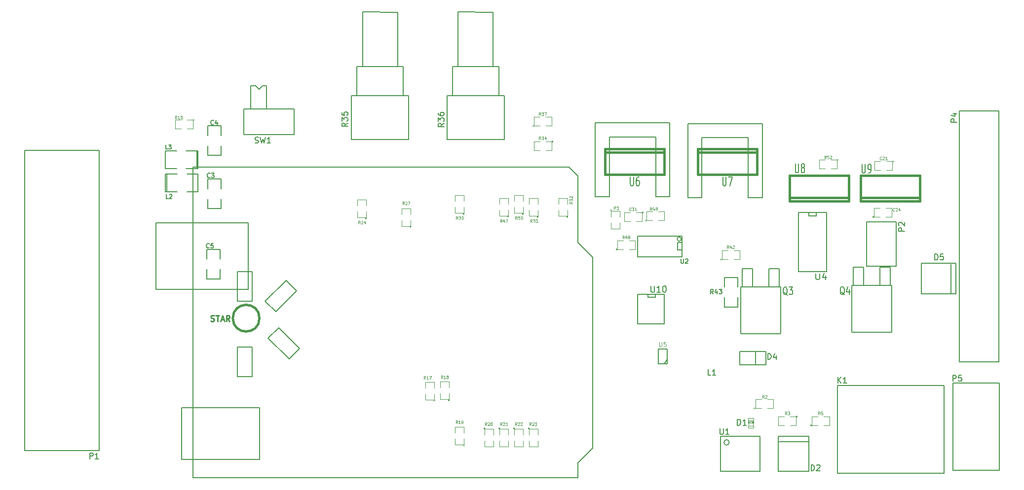
<source format=gto>
G04 (created by PCBNEW (2013-07-07 BZR 4022)-stable) date 17/03/2014 17:56:54*
%MOIN*%
G04 Gerber Fmt 3.4, Leading zero omitted, Abs format*
%FSLAX34Y34*%
G01*
G70*
G90*
G04 APERTURE LIST*
%ADD10C,0.006*%
%ADD11C,0.00590551*%
%ADD12C,0.0039*%
%ADD13C,0.0026*%
%ADD14C,0.004*%
%ADD15C,0.008*%
%ADD16C,0.005*%
%ADD17C,0.015*%
%ADD18C,0.0065*%
%ADD19C,0.0043*%
%ADD20C,0.003*%
%ADD21C,0.01*%
G04 APERTURE END LIST*
G54D10*
G54D11*
X101200Y-61050D02*
X101300Y-61050D01*
X101250Y-61050D02*
X99300Y-61050D01*
X101150Y-60700D02*
X99250Y-60700D01*
X99250Y-60700D02*
X99250Y-62950D01*
X99250Y-62950D02*
X99250Y-63050D01*
X99250Y-63050D02*
X101300Y-63050D01*
X101300Y-63050D02*
X101300Y-60700D01*
X101300Y-60700D02*
X101100Y-60700D01*
G54D12*
X100550Y-59350D02*
G75*
G03X100550Y-59350I-50J0D01*
G74*
G01*
X100050Y-59350D02*
X100450Y-59350D01*
X100450Y-59350D02*
X100450Y-59950D01*
X100450Y-59950D02*
X100050Y-59950D01*
X99650Y-59950D02*
X99250Y-59950D01*
X99250Y-59950D02*
X99250Y-59350D01*
X99250Y-59350D02*
X99650Y-59350D01*
X101500Y-59950D02*
G75*
G03X101500Y-59950I-50J0D01*
G74*
G01*
X101900Y-59950D02*
X101500Y-59950D01*
X101500Y-59950D02*
X101500Y-59350D01*
X101500Y-59350D02*
X101900Y-59350D01*
X102300Y-59350D02*
X102700Y-59350D01*
X102700Y-59350D02*
X102700Y-59950D01*
X102700Y-59950D02*
X102300Y-59950D01*
X97700Y-58800D02*
G75*
G03X97700Y-58800I-50J0D01*
G74*
G01*
X98100Y-58800D02*
X97700Y-58800D01*
X97700Y-58800D02*
X97700Y-58200D01*
X97700Y-58200D02*
X98100Y-58200D01*
X98500Y-58200D02*
X98900Y-58200D01*
X98900Y-58200D02*
X98900Y-58800D01*
X98900Y-58800D02*
X98500Y-58800D01*
G54D13*
X97223Y-59623D02*
X97577Y-59623D01*
X97577Y-59623D02*
X97577Y-59466D01*
X97223Y-59466D02*
X97577Y-59466D01*
X97223Y-59623D02*
X97223Y-59466D01*
X97223Y-60134D02*
X97577Y-60134D01*
X97577Y-60134D02*
X97577Y-59977D01*
X97223Y-59977D02*
X97577Y-59977D01*
X97223Y-60134D02*
X97223Y-59977D01*
X97223Y-59800D02*
X97282Y-59800D01*
X97282Y-59800D02*
X97282Y-59682D01*
X97223Y-59682D02*
X97282Y-59682D01*
X97223Y-59800D02*
X97223Y-59682D01*
X97518Y-59800D02*
X97577Y-59800D01*
X97577Y-59800D02*
X97577Y-59682D01*
X97518Y-59682D02*
X97577Y-59682D01*
X97518Y-59800D02*
X97518Y-59682D01*
X97341Y-59800D02*
X97459Y-59800D01*
X97459Y-59800D02*
X97459Y-59682D01*
X97341Y-59682D02*
X97459Y-59682D01*
X97341Y-59800D02*
X97341Y-59682D01*
G54D14*
X97243Y-59623D02*
X97243Y-59977D01*
X97557Y-59623D02*
X97557Y-59977D01*
G54D11*
X95930Y-61100D02*
G75*
G03X95930Y-61100I-180J0D01*
G74*
G01*
X95350Y-60700D02*
X95350Y-63050D01*
X95350Y-63050D02*
X98000Y-63050D01*
X98000Y-63050D02*
X98000Y-60900D01*
X98000Y-60900D02*
X98000Y-60700D01*
X98000Y-60700D02*
X95350Y-60700D01*
G54D15*
X105200Y-49200D02*
X105200Y-46200D01*
X107200Y-46200D02*
X107200Y-49200D01*
X107200Y-49200D02*
X105200Y-49200D01*
X105200Y-46200D02*
X107200Y-46200D01*
G54D12*
X90350Y-46100D02*
G75*
G03X90350Y-46100I-50J0D01*
G74*
G01*
X90750Y-46100D02*
X90350Y-46100D01*
X90350Y-46100D02*
X90350Y-45500D01*
X90350Y-45500D02*
X90750Y-45500D01*
X91150Y-45500D02*
X91550Y-45500D01*
X91550Y-45500D02*
X91550Y-46100D01*
X91550Y-46100D02*
X91150Y-46100D01*
X88375Y-48050D02*
G75*
G03X88375Y-48050I-50J0D01*
G74*
G01*
X88775Y-48050D02*
X88375Y-48050D01*
X88375Y-48050D02*
X88375Y-47450D01*
X88375Y-47450D02*
X88775Y-47450D01*
X89175Y-47450D02*
X89575Y-47450D01*
X89575Y-47450D02*
X89575Y-48050D01*
X89575Y-48050D02*
X89175Y-48050D01*
G54D11*
X112600Y-62984D02*
X114174Y-62984D01*
X114174Y-62984D02*
X114174Y-57078D01*
X111025Y-57078D02*
X114174Y-57078D01*
X112600Y-62984D02*
X111025Y-62984D01*
X111025Y-62984D02*
X111025Y-57078D01*
X114138Y-55655D02*
X114138Y-38687D01*
X111461Y-38687D02*
X114138Y-38687D01*
X112800Y-55655D02*
X114138Y-55655D01*
X112800Y-55655D02*
X111461Y-55655D01*
X111461Y-55655D02*
X111461Y-38687D01*
X53390Y-41337D02*
X53390Y-61651D01*
X53390Y-61651D02*
X48351Y-61651D01*
X53390Y-41337D02*
X48351Y-41337D01*
X48351Y-61651D02*
X48351Y-41337D01*
G54D16*
X91550Y-51075D02*
X91550Y-53075D01*
X91550Y-53075D02*
X89750Y-53075D01*
X89750Y-53075D02*
X89750Y-51075D01*
X89750Y-51075D02*
X91550Y-51075D01*
X90950Y-51075D02*
X90950Y-51275D01*
X90950Y-51275D02*
X90450Y-51275D01*
X90450Y-51275D02*
X90450Y-51075D01*
G54D11*
X110900Y-50950D02*
X110900Y-51050D01*
X110900Y-51000D02*
X110900Y-49050D01*
X111250Y-50900D02*
X111250Y-49000D01*
X111250Y-49000D02*
X109000Y-49000D01*
X109000Y-49000D02*
X108900Y-49000D01*
X108900Y-49000D02*
X108900Y-51050D01*
X108900Y-51050D02*
X111250Y-51050D01*
X111250Y-51050D02*
X111250Y-50850D01*
G54D16*
X95600Y-51950D02*
X96500Y-51950D01*
X96500Y-51950D02*
X96500Y-51300D01*
X95600Y-50600D02*
X95600Y-49950D01*
X95600Y-49950D02*
X96500Y-49950D01*
X96500Y-49950D02*
X96500Y-50600D01*
X95600Y-51300D02*
X95600Y-51950D01*
G54D12*
X95425Y-48725D02*
G75*
G03X95425Y-48725I-50J0D01*
G74*
G01*
X95825Y-48725D02*
X95425Y-48725D01*
X95425Y-48725D02*
X95425Y-48125D01*
X95425Y-48125D02*
X95825Y-48125D01*
X96225Y-48125D02*
X96625Y-48125D01*
X96625Y-48125D02*
X96625Y-48725D01*
X96625Y-48725D02*
X96225Y-48725D01*
G54D16*
X97500Y-50600D02*
X97500Y-49350D01*
X97500Y-49350D02*
X96800Y-49350D01*
X96800Y-49350D02*
X96800Y-50600D01*
X99300Y-50600D02*
X99300Y-49350D01*
X99300Y-49350D02*
X98600Y-49350D01*
X98600Y-49350D02*
X98600Y-50600D01*
X96700Y-53000D02*
X96700Y-50600D01*
X96700Y-50600D02*
X99400Y-50600D01*
X99400Y-50600D02*
X99400Y-53700D01*
X99400Y-53750D02*
X96700Y-53750D01*
X96700Y-53700D02*
X96700Y-53000D01*
X105000Y-50500D02*
X105000Y-49250D01*
X105000Y-49250D02*
X104300Y-49250D01*
X104300Y-49250D02*
X104300Y-50500D01*
X106800Y-50500D02*
X106800Y-49250D01*
X106800Y-49250D02*
X106100Y-49250D01*
X106100Y-49250D02*
X106100Y-50500D01*
X104200Y-52900D02*
X104200Y-50500D01*
X104200Y-50500D02*
X106900Y-50500D01*
X106900Y-50500D02*
X106900Y-53600D01*
X106900Y-53650D02*
X104200Y-53650D01*
X104200Y-53600D02*
X104200Y-52900D01*
X57850Y-42950D02*
X57850Y-44150D01*
X59300Y-44150D02*
X60050Y-44150D01*
X60050Y-44150D02*
X60050Y-42950D01*
X60050Y-42950D02*
X59300Y-42950D01*
X58650Y-42950D02*
X57850Y-42950D01*
X57928Y-42950D02*
X57928Y-44150D01*
X57850Y-44150D02*
X58650Y-44150D01*
X60050Y-42600D02*
X60050Y-41400D01*
X58600Y-41400D02*
X57850Y-41400D01*
X57850Y-41400D02*
X57850Y-42600D01*
X57850Y-42600D02*
X58600Y-42600D01*
X59250Y-42600D02*
X60050Y-42600D01*
X59971Y-42600D02*
X59971Y-41400D01*
X60050Y-41400D02*
X59250Y-41400D01*
X61600Y-43300D02*
X60700Y-43300D01*
X60700Y-43300D02*
X60700Y-43950D01*
X61600Y-44650D02*
X61600Y-45300D01*
X61600Y-45300D02*
X60700Y-45300D01*
X60700Y-45300D02*
X60700Y-44650D01*
X61600Y-43950D02*
X61600Y-43300D01*
X60650Y-50050D02*
X61550Y-50050D01*
X61550Y-50050D02*
X61550Y-49400D01*
X60650Y-48700D02*
X60650Y-48050D01*
X60650Y-48050D02*
X61550Y-48050D01*
X61550Y-48050D02*
X61550Y-48700D01*
X60650Y-49400D02*
X60650Y-50050D01*
X61600Y-39700D02*
X60700Y-39700D01*
X60700Y-39700D02*
X60700Y-40350D01*
X61600Y-41050D02*
X61600Y-41700D01*
X61600Y-41700D02*
X60700Y-41700D01*
X60700Y-41700D02*
X60700Y-41050D01*
X61600Y-40350D02*
X61600Y-39700D01*
G54D12*
X59800Y-39300D02*
G75*
G03X59800Y-39300I-50J0D01*
G74*
G01*
X59300Y-39300D02*
X59700Y-39300D01*
X59700Y-39300D02*
X59700Y-39900D01*
X59700Y-39900D02*
X59300Y-39900D01*
X58900Y-39900D02*
X58500Y-39900D01*
X58500Y-39900D02*
X58500Y-39300D01*
X58500Y-39300D02*
X58900Y-39300D01*
G54D11*
X64678Y-38558D02*
X64678Y-36984D01*
X64678Y-36984D02*
X64402Y-36984D01*
X64402Y-36984D02*
X64166Y-37220D01*
X64166Y-37220D02*
X63930Y-36984D01*
X63930Y-36984D02*
X63615Y-36984D01*
X63615Y-36984D02*
X63615Y-38558D01*
X66528Y-38558D02*
X66528Y-40291D01*
X66528Y-40291D02*
X63142Y-40291D01*
X63142Y-40291D02*
X63142Y-38558D01*
X63142Y-38558D02*
X66528Y-38558D01*
G54D12*
X103300Y-42000D02*
G75*
G03X103300Y-42000I-50J0D01*
G74*
G01*
X102800Y-42000D02*
X103200Y-42000D01*
X103200Y-42000D02*
X103200Y-42600D01*
X103200Y-42600D02*
X102800Y-42600D01*
X102400Y-42600D02*
X102000Y-42600D01*
X102000Y-42600D02*
X102000Y-42000D01*
X102000Y-42000D02*
X102400Y-42000D01*
X84050Y-40750D02*
G75*
G03X84050Y-40750I-50J0D01*
G74*
G01*
X83550Y-40750D02*
X83950Y-40750D01*
X83950Y-40750D02*
X83950Y-41350D01*
X83950Y-41350D02*
X83550Y-41350D01*
X83150Y-41350D02*
X82750Y-41350D01*
X82750Y-41350D02*
X82750Y-40750D01*
X82750Y-40750D02*
X83150Y-40750D01*
X105700Y-45850D02*
G75*
G03X105700Y-45850I-50J0D01*
G74*
G01*
X106100Y-45850D02*
X105700Y-45850D01*
X105700Y-45850D02*
X105700Y-45250D01*
X105700Y-45250D02*
X106100Y-45250D01*
X106500Y-45250D02*
X106900Y-45250D01*
X106900Y-45250D02*
X106900Y-45850D01*
X106900Y-45850D02*
X106500Y-45850D01*
X82750Y-39700D02*
G75*
G03X82750Y-39700I-50J0D01*
G74*
G01*
X83150Y-39700D02*
X82750Y-39700D01*
X82750Y-39700D02*
X82750Y-39100D01*
X82750Y-39100D02*
X83150Y-39100D01*
X83550Y-39100D02*
X83950Y-39100D01*
X83950Y-39100D02*
X83950Y-39700D01*
X83950Y-39700D02*
X83550Y-39700D01*
X107050Y-42100D02*
G75*
G03X107050Y-42100I-50J0D01*
G74*
G01*
X106550Y-42100D02*
X106950Y-42100D01*
X106950Y-42100D02*
X106950Y-42700D01*
X106950Y-42700D02*
X106550Y-42700D01*
X106150Y-42700D02*
X105750Y-42700D01*
X105750Y-42700D02*
X105750Y-42100D01*
X105750Y-42100D02*
X106150Y-42100D01*
G54D11*
X77618Y-35694D02*
X77618Y-31994D01*
X77618Y-31994D02*
X79981Y-32033D01*
X79981Y-32033D02*
X79981Y-35694D01*
X77225Y-37663D02*
X77225Y-35694D01*
X77225Y-35694D02*
X80374Y-35694D01*
X80374Y-35694D02*
X80374Y-37663D01*
X80729Y-40616D02*
X80729Y-37663D01*
X80729Y-37663D02*
X76949Y-37663D01*
X76949Y-37663D02*
X76870Y-37663D01*
X76870Y-37663D02*
X76870Y-40616D01*
X76870Y-40616D02*
X80729Y-40616D01*
X71168Y-35694D02*
X71168Y-31994D01*
X71168Y-31994D02*
X73531Y-32033D01*
X73531Y-32033D02*
X73531Y-35694D01*
X70775Y-37663D02*
X70775Y-35694D01*
X70775Y-35694D02*
X73924Y-35694D01*
X73924Y-35694D02*
X73924Y-37663D01*
X74279Y-40616D02*
X74279Y-37663D01*
X74279Y-37663D02*
X70499Y-37663D01*
X70499Y-37663D02*
X70420Y-37663D01*
X70420Y-37663D02*
X70420Y-40616D01*
X70420Y-40616D02*
X74279Y-40616D01*
G54D16*
X91725Y-55475D02*
X91525Y-55775D01*
X91725Y-54775D02*
X91725Y-55800D01*
X91725Y-55800D02*
X91125Y-55800D01*
X91125Y-55800D02*
X91125Y-54775D01*
X91125Y-54775D02*
X91725Y-54775D01*
G54D11*
X97704Y-54941D02*
X97704Y-55847D01*
X96641Y-54981D02*
X96641Y-55847D01*
X96641Y-55847D02*
X98413Y-55847D01*
X98413Y-55847D02*
X98413Y-54941D01*
X98413Y-54941D02*
X96641Y-54941D01*
X96641Y-54941D02*
X96641Y-55138D01*
X110450Y-57250D02*
X110450Y-63200D01*
X103250Y-57250D02*
X103250Y-63200D01*
X103250Y-57250D02*
X110450Y-57250D01*
X103250Y-63200D02*
X110450Y-63200D01*
G54D17*
X93800Y-41500D02*
X93800Y-41250D01*
X93800Y-41250D02*
X97800Y-41250D01*
X97800Y-41250D02*
X97800Y-41500D01*
X93800Y-43000D02*
X93800Y-41500D01*
X93800Y-41500D02*
X97800Y-41500D01*
X97800Y-41500D02*
X97800Y-43000D01*
X97800Y-43000D02*
X93800Y-43000D01*
X104000Y-44550D02*
X104000Y-44800D01*
X104000Y-44800D02*
X100000Y-44800D01*
X100000Y-44800D02*
X100000Y-44550D01*
X104000Y-43050D02*
X104000Y-44550D01*
X104000Y-44550D02*
X100000Y-44550D01*
X100000Y-44550D02*
X100000Y-43050D01*
X100000Y-43050D02*
X104000Y-43050D01*
X108800Y-44550D02*
X108800Y-44800D01*
X108800Y-44800D02*
X104800Y-44800D01*
X104800Y-44800D02*
X104800Y-44550D01*
X108800Y-43050D02*
X108800Y-44550D01*
X108800Y-44550D02*
X104800Y-44550D01*
X104800Y-44550D02*
X104800Y-43050D01*
X104800Y-43050D02*
X108800Y-43050D01*
X87550Y-41500D02*
X87550Y-41250D01*
X87550Y-41250D02*
X91550Y-41250D01*
X91550Y-41250D02*
X91550Y-41500D01*
X87550Y-43000D02*
X87550Y-41500D01*
X87550Y-41500D02*
X91550Y-41500D01*
X91550Y-41500D02*
X91550Y-43000D01*
X91550Y-43000D02*
X87550Y-43000D01*
G54D15*
X102500Y-49550D02*
X100600Y-49550D01*
X100600Y-49550D02*
X100600Y-45550D01*
X100600Y-45550D02*
X102500Y-45550D01*
X102500Y-45550D02*
X102500Y-49550D01*
X101800Y-45550D02*
X101800Y-45800D01*
X101800Y-45800D02*
X101300Y-45800D01*
X101300Y-45800D02*
X101300Y-45550D01*
G54D11*
X85700Y-63500D02*
X85700Y-62500D01*
X85700Y-62500D02*
X86700Y-61500D01*
X85100Y-42500D02*
X85700Y-43100D01*
X85700Y-43100D02*
X85700Y-47600D01*
X85700Y-47600D02*
X86700Y-48600D01*
X64200Y-58750D02*
X64200Y-62250D01*
X58950Y-58750D02*
X58950Y-62250D01*
X58950Y-62250D02*
X64200Y-62250D01*
X58950Y-58750D02*
X64200Y-58750D01*
X63450Y-46250D02*
X63450Y-50750D01*
X57200Y-46250D02*
X57200Y-50750D01*
X57200Y-50720D02*
X57200Y-50740D01*
X57200Y-50750D02*
X63450Y-50750D01*
X57200Y-46250D02*
X63450Y-46250D01*
X86700Y-48600D02*
X86700Y-61500D01*
X85700Y-63500D02*
X59700Y-63500D01*
X59700Y-63500D02*
X59700Y-42500D01*
X59700Y-42500D02*
X85100Y-42500D01*
X87825Y-44500D02*
X86880Y-44500D01*
X91919Y-44500D02*
X90974Y-44500D01*
X90974Y-40444D02*
X87825Y-40444D01*
X90974Y-44500D02*
X90974Y-40444D01*
X87825Y-44500D02*
X87825Y-40444D01*
X91919Y-39500D02*
X91919Y-44500D01*
X86880Y-39500D02*
X86880Y-44500D01*
X91919Y-39500D02*
X86880Y-39500D01*
X94075Y-44550D02*
X93130Y-44550D01*
X98169Y-44550D02*
X97224Y-44550D01*
X97224Y-40494D02*
X94075Y-40494D01*
X97224Y-44550D02*
X97224Y-40494D01*
X94075Y-44550D02*
X94075Y-40494D01*
X98169Y-39550D02*
X98169Y-44550D01*
X93130Y-39550D02*
X93130Y-44550D01*
X98169Y-39550D02*
X93130Y-39550D01*
G54D17*
X64200Y-52700D02*
G75*
G03X64200Y-52700I-900J0D01*
G74*
G01*
G54D10*
X62700Y-54650D02*
X63700Y-54650D01*
X63700Y-54650D02*
X63700Y-56650D01*
X63700Y-56650D02*
X62700Y-56650D01*
X62700Y-56650D02*
X62700Y-54650D01*
X64789Y-54046D02*
X65496Y-53339D01*
X65496Y-53339D02*
X66910Y-54753D01*
X66910Y-54753D02*
X66203Y-55460D01*
X66203Y-55460D02*
X64789Y-54046D01*
X63700Y-51550D02*
X62700Y-51550D01*
X62700Y-51550D02*
X62700Y-49550D01*
X62700Y-49550D02*
X63700Y-49550D01*
X63700Y-49550D02*
X63700Y-51550D01*
X65296Y-52260D02*
X64589Y-51553D01*
X64589Y-51553D02*
X66003Y-50139D01*
X66003Y-50139D02*
X66710Y-50846D01*
X66710Y-50846D02*
X65296Y-52260D01*
G54D18*
X89750Y-48550D02*
X92750Y-48550D01*
X92750Y-47150D02*
X89750Y-47150D01*
X89750Y-48550D02*
X89750Y-47150D01*
G54D10*
X92750Y-47150D02*
X92750Y-48550D01*
G54D16*
X92691Y-47350D02*
G75*
G03X92691Y-47350I-141J0D01*
G74*
G01*
X92750Y-48100D02*
X92450Y-48100D01*
X92450Y-48100D02*
X92450Y-47600D01*
X92450Y-47600D02*
X92750Y-47600D01*
G54D12*
X88000Y-45400D02*
G75*
G03X88000Y-45400I-50J0D01*
G74*
G01*
X87950Y-45850D02*
X87950Y-45450D01*
X87950Y-45450D02*
X88550Y-45450D01*
X88550Y-45450D02*
X88550Y-45850D01*
X88550Y-46250D02*
X88550Y-46650D01*
X88550Y-46650D02*
X87950Y-46650D01*
X87950Y-46650D02*
X87950Y-46250D01*
X83050Y-45850D02*
G75*
G03X83050Y-45850I-50J0D01*
G74*
G01*
X83000Y-45400D02*
X83000Y-45800D01*
X83000Y-45800D02*
X82400Y-45800D01*
X82400Y-45800D02*
X82400Y-45400D01*
X82400Y-45000D02*
X82400Y-44600D01*
X82400Y-44600D02*
X83000Y-44600D01*
X83000Y-44600D02*
X83000Y-45000D01*
X82050Y-45650D02*
G75*
G03X82050Y-45650I-50J0D01*
G74*
G01*
X82000Y-45200D02*
X82000Y-45600D01*
X82000Y-45600D02*
X81400Y-45600D01*
X81400Y-45600D02*
X81400Y-45200D01*
X81400Y-44800D02*
X81400Y-44400D01*
X81400Y-44400D02*
X82000Y-44400D01*
X82000Y-44400D02*
X82000Y-44800D01*
X81050Y-45825D02*
G75*
G03X81050Y-45825I-50J0D01*
G74*
G01*
X81000Y-45375D02*
X81000Y-45775D01*
X81000Y-45775D02*
X80400Y-45775D01*
X80400Y-45775D02*
X80400Y-45375D01*
X80400Y-44975D02*
X80400Y-44575D01*
X80400Y-44575D02*
X81000Y-44575D01*
X81000Y-44575D02*
X81000Y-44975D01*
X77050Y-58250D02*
G75*
G03X77050Y-58250I-50J0D01*
G74*
G01*
X77000Y-57800D02*
X77000Y-58200D01*
X77000Y-58200D02*
X76400Y-58200D01*
X76400Y-58200D02*
X76400Y-57800D01*
X76400Y-57400D02*
X76400Y-57000D01*
X76400Y-57000D02*
X77000Y-57000D01*
X77000Y-57000D02*
X77000Y-57400D01*
X76050Y-58275D02*
G75*
G03X76050Y-58275I-50J0D01*
G74*
G01*
X76000Y-57825D02*
X76000Y-58225D01*
X76000Y-58225D02*
X75400Y-58225D01*
X75400Y-58225D02*
X75400Y-57825D01*
X75400Y-57425D02*
X75400Y-57025D01*
X75400Y-57025D02*
X76000Y-57025D01*
X76000Y-57025D02*
X76000Y-57425D01*
X78050Y-61300D02*
G75*
G03X78050Y-61300I-50J0D01*
G74*
G01*
X78000Y-60850D02*
X78000Y-61250D01*
X78000Y-61250D02*
X77400Y-61250D01*
X77400Y-61250D02*
X77400Y-60850D01*
X77400Y-60450D02*
X77400Y-60050D01*
X77400Y-60050D02*
X78000Y-60050D01*
X78000Y-60050D02*
X78000Y-60450D01*
X85050Y-45850D02*
G75*
G03X85050Y-45850I-50J0D01*
G74*
G01*
X85000Y-45400D02*
X85000Y-45800D01*
X85000Y-45800D02*
X84400Y-45800D01*
X84400Y-45800D02*
X84400Y-45400D01*
X84400Y-45000D02*
X84400Y-44600D01*
X84400Y-44600D02*
X85000Y-44600D01*
X85000Y-44600D02*
X85000Y-45000D01*
X71450Y-45950D02*
G75*
G03X71450Y-45950I-50J0D01*
G74*
G01*
X71400Y-45500D02*
X71400Y-45900D01*
X71400Y-45900D02*
X70800Y-45900D01*
X70800Y-45900D02*
X70800Y-45500D01*
X70800Y-45100D02*
X70800Y-44700D01*
X70800Y-44700D02*
X71400Y-44700D01*
X71400Y-44700D02*
X71400Y-45100D01*
X74450Y-46525D02*
G75*
G03X74450Y-46525I-50J0D01*
G74*
G01*
X74400Y-46075D02*
X74400Y-46475D01*
X74400Y-46475D02*
X73800Y-46475D01*
X73800Y-46475D02*
X73800Y-46075D01*
X73800Y-45675D02*
X73800Y-45275D01*
X73800Y-45275D02*
X74400Y-45275D01*
X74400Y-45275D02*
X74400Y-45675D01*
X81450Y-60150D02*
G75*
G03X81450Y-60150I-50J0D01*
G74*
G01*
X81400Y-60600D02*
X81400Y-60200D01*
X81400Y-60200D02*
X82000Y-60200D01*
X82000Y-60200D02*
X82000Y-60600D01*
X82000Y-61000D02*
X82000Y-61400D01*
X82000Y-61400D02*
X81400Y-61400D01*
X81400Y-61400D02*
X81400Y-61000D01*
X82450Y-60150D02*
G75*
G03X82450Y-60150I-50J0D01*
G74*
G01*
X82400Y-60600D02*
X82400Y-60200D01*
X82400Y-60200D02*
X83000Y-60200D01*
X83000Y-60200D02*
X83000Y-60600D01*
X83000Y-61000D02*
X83000Y-61400D01*
X83000Y-61400D02*
X82400Y-61400D01*
X82400Y-61400D02*
X82400Y-61000D01*
X80450Y-60150D02*
G75*
G03X80450Y-60150I-50J0D01*
G74*
G01*
X80400Y-60600D02*
X80400Y-60200D01*
X80400Y-60200D02*
X81000Y-60200D01*
X81000Y-60200D02*
X81000Y-60600D01*
X81000Y-61000D02*
X81000Y-61400D01*
X81000Y-61400D02*
X80400Y-61400D01*
X80400Y-61400D02*
X80400Y-61000D01*
X79450Y-60150D02*
G75*
G03X79450Y-60150I-50J0D01*
G74*
G01*
X79400Y-60600D02*
X79400Y-60200D01*
X79400Y-60200D02*
X80000Y-60200D01*
X80000Y-60200D02*
X80000Y-60600D01*
X80000Y-61000D02*
X80000Y-61400D01*
X80000Y-61400D02*
X79400Y-61400D01*
X79400Y-61400D02*
X79400Y-61000D01*
X78050Y-45650D02*
G75*
G03X78050Y-45650I-50J0D01*
G74*
G01*
X78000Y-45200D02*
X78000Y-45600D01*
X78000Y-45600D02*
X77400Y-45600D01*
X77400Y-45600D02*
X77400Y-45200D01*
X77400Y-44800D02*
X77400Y-44400D01*
X77400Y-44400D02*
X78000Y-44400D01*
X78000Y-44400D02*
X78000Y-44800D01*
X90150Y-45550D02*
G75*
G03X90150Y-45550I-50J0D01*
G74*
G01*
X89650Y-45550D02*
X90050Y-45550D01*
X90050Y-45550D02*
X90050Y-46150D01*
X90050Y-46150D02*
X89650Y-46150D01*
X89250Y-46150D02*
X88850Y-46150D01*
X88850Y-46150D02*
X88850Y-45550D01*
X88850Y-45550D02*
X89250Y-45550D01*
G54D11*
X101459Y-63009D02*
X101459Y-62615D01*
X101553Y-62615D01*
X101609Y-62634D01*
X101646Y-62671D01*
X101665Y-62709D01*
X101684Y-62784D01*
X101684Y-62840D01*
X101665Y-62915D01*
X101646Y-62953D01*
X101609Y-62990D01*
X101553Y-63009D01*
X101459Y-63009D01*
X101834Y-62653D02*
X101853Y-62634D01*
X101890Y-62615D01*
X101984Y-62615D01*
X102021Y-62634D01*
X102040Y-62653D01*
X102059Y-62690D01*
X102059Y-62728D01*
X102040Y-62784D01*
X101815Y-63009D01*
X102059Y-63009D01*
G54D19*
X99817Y-59229D02*
X99751Y-59135D01*
X99704Y-59229D02*
X99704Y-59032D01*
X99779Y-59032D01*
X99798Y-59042D01*
X99807Y-59051D01*
X99817Y-59070D01*
X99817Y-59098D01*
X99807Y-59117D01*
X99798Y-59126D01*
X99779Y-59135D01*
X99704Y-59135D01*
X99882Y-59032D02*
X100004Y-59032D01*
X99939Y-59107D01*
X99967Y-59107D01*
X99986Y-59117D01*
X99995Y-59126D01*
X100004Y-59145D01*
X100004Y-59192D01*
X99995Y-59210D01*
X99986Y-59220D01*
X99967Y-59229D01*
X99910Y-59229D01*
X99892Y-59220D01*
X99882Y-59210D01*
X102067Y-59229D02*
X102001Y-59135D01*
X101954Y-59229D02*
X101954Y-59032D01*
X102029Y-59032D01*
X102048Y-59042D01*
X102057Y-59051D01*
X102067Y-59070D01*
X102067Y-59098D01*
X102057Y-59117D01*
X102048Y-59126D01*
X102029Y-59135D01*
X101954Y-59135D01*
X102245Y-59032D02*
X102151Y-59032D01*
X102142Y-59126D01*
X102151Y-59117D01*
X102170Y-59107D01*
X102217Y-59107D01*
X102236Y-59117D01*
X102245Y-59126D01*
X102254Y-59145D01*
X102254Y-59192D01*
X102245Y-59210D01*
X102236Y-59220D01*
X102217Y-59229D01*
X102170Y-59229D01*
X102151Y-59220D01*
X102142Y-59210D01*
X98292Y-58104D02*
X98226Y-58010D01*
X98179Y-58104D02*
X98179Y-57907D01*
X98254Y-57907D01*
X98273Y-57917D01*
X98282Y-57926D01*
X98292Y-57945D01*
X98292Y-57973D01*
X98282Y-57992D01*
X98273Y-58001D01*
X98254Y-58010D01*
X98179Y-58010D01*
X98367Y-57926D02*
X98376Y-57917D01*
X98395Y-57907D01*
X98442Y-57907D01*
X98461Y-57917D01*
X98470Y-57926D01*
X98479Y-57945D01*
X98479Y-57964D01*
X98470Y-57992D01*
X98357Y-58104D01*
X98479Y-58104D01*
G54D10*
X96479Y-59936D02*
X96479Y-59536D01*
X96575Y-59536D01*
X96632Y-59555D01*
X96670Y-59594D01*
X96689Y-59632D01*
X96708Y-59708D01*
X96708Y-59765D01*
X96689Y-59841D01*
X96670Y-59879D01*
X96632Y-59917D01*
X96575Y-59936D01*
X96479Y-59936D01*
X97089Y-59936D02*
X96860Y-59936D01*
X96975Y-59936D02*
X96975Y-59536D01*
X96936Y-59594D01*
X96898Y-59632D01*
X96860Y-59651D01*
G54D11*
X95300Y-60165D02*
X95300Y-60484D01*
X95318Y-60521D01*
X95337Y-60540D01*
X95375Y-60559D01*
X95450Y-60559D01*
X95487Y-60540D01*
X95506Y-60521D01*
X95525Y-60484D01*
X95525Y-60165D01*
X95918Y-60559D02*
X95693Y-60559D01*
X95806Y-60559D02*
X95806Y-60165D01*
X95768Y-60221D01*
X95731Y-60259D01*
X95693Y-60278D01*
G54D15*
X107761Y-46820D02*
X107361Y-46820D01*
X107361Y-46667D01*
X107380Y-46629D01*
X107400Y-46610D01*
X107438Y-46591D01*
X107495Y-46591D01*
X107533Y-46610D01*
X107552Y-46629D01*
X107571Y-46667D01*
X107571Y-46820D01*
X107400Y-46439D02*
X107380Y-46420D01*
X107361Y-46382D01*
X107361Y-46286D01*
X107380Y-46248D01*
X107400Y-46229D01*
X107438Y-46210D01*
X107476Y-46210D01*
X107533Y-46229D01*
X107761Y-46458D01*
X107761Y-46210D01*
G54D19*
X90698Y-45404D02*
X90632Y-45310D01*
X90585Y-45404D02*
X90585Y-45207D01*
X90660Y-45207D01*
X90679Y-45217D01*
X90688Y-45226D01*
X90698Y-45245D01*
X90698Y-45273D01*
X90688Y-45292D01*
X90679Y-45301D01*
X90660Y-45310D01*
X90585Y-45310D01*
X90867Y-45273D02*
X90867Y-45404D01*
X90820Y-45198D02*
X90773Y-45339D01*
X90895Y-45339D01*
X90979Y-45404D02*
X91017Y-45404D01*
X91036Y-45395D01*
X91045Y-45385D01*
X91064Y-45357D01*
X91073Y-45320D01*
X91073Y-45245D01*
X91064Y-45226D01*
X91054Y-45217D01*
X91036Y-45207D01*
X90998Y-45207D01*
X90979Y-45217D01*
X90970Y-45226D01*
X90961Y-45245D01*
X90961Y-45292D01*
X90970Y-45310D01*
X90979Y-45320D01*
X90998Y-45329D01*
X91036Y-45329D01*
X91054Y-45320D01*
X91064Y-45310D01*
X91073Y-45292D01*
X88848Y-47329D02*
X88782Y-47235D01*
X88735Y-47329D02*
X88735Y-47132D01*
X88810Y-47132D01*
X88829Y-47142D01*
X88838Y-47151D01*
X88848Y-47170D01*
X88848Y-47198D01*
X88838Y-47217D01*
X88829Y-47226D01*
X88810Y-47235D01*
X88735Y-47235D01*
X89017Y-47198D02*
X89017Y-47329D01*
X88970Y-47123D02*
X88923Y-47264D01*
X89045Y-47264D01*
X89148Y-47217D02*
X89129Y-47207D01*
X89120Y-47198D01*
X89111Y-47179D01*
X89111Y-47170D01*
X89120Y-47151D01*
X89129Y-47142D01*
X89148Y-47132D01*
X89186Y-47132D01*
X89204Y-47142D01*
X89214Y-47151D01*
X89223Y-47170D01*
X89223Y-47179D01*
X89214Y-47198D01*
X89204Y-47207D01*
X89186Y-47217D01*
X89148Y-47217D01*
X89129Y-47226D01*
X89120Y-47235D01*
X89111Y-47254D01*
X89111Y-47292D01*
X89120Y-47310D01*
X89129Y-47320D01*
X89148Y-47329D01*
X89186Y-47329D01*
X89204Y-47320D01*
X89214Y-47310D01*
X89223Y-47292D01*
X89223Y-47254D01*
X89214Y-47235D01*
X89204Y-47226D01*
X89186Y-47217D01*
G54D11*
X111034Y-56959D02*
X111034Y-56565D01*
X111184Y-56565D01*
X111221Y-56584D01*
X111240Y-56603D01*
X111259Y-56640D01*
X111259Y-56696D01*
X111240Y-56734D01*
X111221Y-56753D01*
X111184Y-56771D01*
X111034Y-56771D01*
X111615Y-56565D02*
X111428Y-56565D01*
X111409Y-56753D01*
X111428Y-56734D01*
X111465Y-56715D01*
X111559Y-56715D01*
X111596Y-56734D01*
X111615Y-56753D01*
X111634Y-56790D01*
X111634Y-56884D01*
X111615Y-56921D01*
X111596Y-56940D01*
X111559Y-56959D01*
X111465Y-56959D01*
X111428Y-56940D01*
X111409Y-56921D01*
X111309Y-39440D02*
X110915Y-39440D01*
X110915Y-39290D01*
X110934Y-39253D01*
X110953Y-39234D01*
X110990Y-39215D01*
X111046Y-39215D01*
X111084Y-39234D01*
X111103Y-39253D01*
X111121Y-39290D01*
X111121Y-39440D01*
X111046Y-38878D02*
X111309Y-38878D01*
X110896Y-38971D02*
X111178Y-39065D01*
X111178Y-38821D01*
X52734Y-62209D02*
X52734Y-61815D01*
X52884Y-61815D01*
X52921Y-61834D01*
X52940Y-61853D01*
X52959Y-61890D01*
X52959Y-61946D01*
X52940Y-61984D01*
X52921Y-62003D01*
X52884Y-62021D01*
X52734Y-62021D01*
X53334Y-62209D02*
X53109Y-62209D01*
X53221Y-62209D02*
X53221Y-61815D01*
X53184Y-61871D01*
X53146Y-61909D01*
X53109Y-61928D01*
G54D16*
X90654Y-50507D02*
X90654Y-50871D01*
X90673Y-50914D01*
X90692Y-50935D01*
X90730Y-50957D01*
X90807Y-50957D01*
X90845Y-50935D01*
X90864Y-50914D01*
X90883Y-50871D01*
X90883Y-50507D01*
X91283Y-50957D02*
X91054Y-50957D01*
X91169Y-50957D02*
X91169Y-50507D01*
X91130Y-50571D01*
X91092Y-50614D01*
X91054Y-50635D01*
X91530Y-50507D02*
X91569Y-50507D01*
X91607Y-50528D01*
X91626Y-50550D01*
X91645Y-50592D01*
X91664Y-50678D01*
X91664Y-50785D01*
X91645Y-50871D01*
X91626Y-50914D01*
X91607Y-50935D01*
X91569Y-50957D01*
X91530Y-50957D01*
X91492Y-50935D01*
X91473Y-50914D01*
X91454Y-50871D01*
X91435Y-50785D01*
X91435Y-50678D01*
X91454Y-50592D01*
X91473Y-50550D01*
X91492Y-50528D01*
X91530Y-50507D01*
G54D11*
X109809Y-48759D02*
X109809Y-48365D01*
X109903Y-48365D01*
X109959Y-48384D01*
X109996Y-48421D01*
X110015Y-48459D01*
X110034Y-48534D01*
X110034Y-48590D01*
X110015Y-48665D01*
X109996Y-48703D01*
X109959Y-48740D01*
X109903Y-48759D01*
X109809Y-48759D01*
X110390Y-48365D02*
X110203Y-48365D01*
X110184Y-48553D01*
X110203Y-48534D01*
X110240Y-48515D01*
X110334Y-48515D01*
X110371Y-48534D01*
X110390Y-48553D01*
X110409Y-48590D01*
X110409Y-48684D01*
X110390Y-48721D01*
X110371Y-48740D01*
X110334Y-48759D01*
X110240Y-48759D01*
X110203Y-48740D01*
X110184Y-48721D01*
G54D16*
X94857Y-51046D02*
X94757Y-50903D01*
X94685Y-51046D02*
X94685Y-50746D01*
X94800Y-50746D01*
X94828Y-50760D01*
X94842Y-50775D01*
X94857Y-50803D01*
X94857Y-50846D01*
X94842Y-50875D01*
X94828Y-50889D01*
X94800Y-50903D01*
X94685Y-50903D01*
X95114Y-50846D02*
X95114Y-51046D01*
X95042Y-50732D02*
X94971Y-50946D01*
X95157Y-50946D01*
X95242Y-50746D02*
X95428Y-50746D01*
X95328Y-50860D01*
X95371Y-50860D01*
X95400Y-50875D01*
X95414Y-50889D01*
X95428Y-50917D01*
X95428Y-50989D01*
X95414Y-51017D01*
X95400Y-51032D01*
X95371Y-51046D01*
X95285Y-51046D01*
X95257Y-51032D01*
X95242Y-51017D01*
G54D19*
X95898Y-47979D02*
X95832Y-47885D01*
X95785Y-47979D02*
X95785Y-47782D01*
X95860Y-47782D01*
X95879Y-47792D01*
X95888Y-47801D01*
X95898Y-47820D01*
X95898Y-47848D01*
X95888Y-47867D01*
X95879Y-47876D01*
X95860Y-47885D01*
X95785Y-47885D01*
X96067Y-47848D02*
X96067Y-47979D01*
X96020Y-47773D02*
X95973Y-47914D01*
X96095Y-47914D01*
X96161Y-47801D02*
X96170Y-47792D01*
X96189Y-47782D01*
X96236Y-47782D01*
X96254Y-47792D01*
X96264Y-47801D01*
X96273Y-47820D01*
X96273Y-47839D01*
X96264Y-47867D01*
X96151Y-47979D01*
X96273Y-47979D01*
G54D15*
X99861Y-51150D02*
X99823Y-51126D01*
X99785Y-51078D01*
X99728Y-51007D01*
X99690Y-50983D01*
X99652Y-50983D01*
X99671Y-51102D02*
X99633Y-51078D01*
X99595Y-51030D01*
X99576Y-50935D01*
X99576Y-50769D01*
X99595Y-50673D01*
X99633Y-50626D01*
X99671Y-50602D01*
X99747Y-50602D01*
X99785Y-50626D01*
X99823Y-50673D01*
X99842Y-50769D01*
X99842Y-50935D01*
X99823Y-51030D01*
X99785Y-51078D01*
X99747Y-51102D01*
X99671Y-51102D01*
X99976Y-50602D02*
X100223Y-50602D01*
X100090Y-50792D01*
X100147Y-50792D01*
X100185Y-50816D01*
X100204Y-50840D01*
X100223Y-50888D01*
X100223Y-51007D01*
X100204Y-51054D01*
X100185Y-51078D01*
X100147Y-51102D01*
X100033Y-51102D01*
X99995Y-51078D01*
X99976Y-51054D01*
X103711Y-51125D02*
X103673Y-51101D01*
X103635Y-51053D01*
X103578Y-50982D01*
X103540Y-50958D01*
X103502Y-50958D01*
X103521Y-51077D02*
X103483Y-51053D01*
X103445Y-51005D01*
X103426Y-50910D01*
X103426Y-50744D01*
X103445Y-50648D01*
X103483Y-50601D01*
X103521Y-50577D01*
X103597Y-50577D01*
X103635Y-50601D01*
X103673Y-50648D01*
X103692Y-50744D01*
X103692Y-50910D01*
X103673Y-51005D01*
X103635Y-51053D01*
X103597Y-51077D01*
X103521Y-51077D01*
X104035Y-50744D02*
X104035Y-51077D01*
X103940Y-50553D02*
X103845Y-50910D01*
X104092Y-50910D01*
G54D16*
X58054Y-44611D02*
X57922Y-44611D01*
X57922Y-44335D01*
X58132Y-44362D02*
X58145Y-44349D01*
X58172Y-44335D01*
X58237Y-44335D01*
X58264Y-44349D01*
X58277Y-44362D01*
X58290Y-44388D01*
X58290Y-44414D01*
X58277Y-44454D01*
X58119Y-44611D01*
X58290Y-44611D01*
X58004Y-41261D02*
X57872Y-41261D01*
X57872Y-40985D01*
X58069Y-40985D02*
X58240Y-40985D01*
X58148Y-41090D01*
X58187Y-41090D01*
X58214Y-41104D01*
X58227Y-41117D01*
X58240Y-41143D01*
X58240Y-41209D01*
X58227Y-41235D01*
X58214Y-41248D01*
X58187Y-41261D01*
X58109Y-41261D01*
X58082Y-41248D01*
X58069Y-41235D01*
X60850Y-43167D02*
X60835Y-43182D01*
X60792Y-43196D01*
X60764Y-43196D01*
X60721Y-43182D01*
X60692Y-43153D01*
X60678Y-43125D01*
X60664Y-43067D01*
X60664Y-43025D01*
X60678Y-42967D01*
X60692Y-42939D01*
X60721Y-42910D01*
X60764Y-42896D01*
X60792Y-42896D01*
X60835Y-42910D01*
X60850Y-42925D01*
X60950Y-42896D02*
X61135Y-42896D01*
X61035Y-43010D01*
X61078Y-43010D01*
X61107Y-43025D01*
X61121Y-43039D01*
X61135Y-43067D01*
X61135Y-43139D01*
X61121Y-43167D01*
X61107Y-43182D01*
X61078Y-43196D01*
X60992Y-43196D01*
X60964Y-43182D01*
X60950Y-43167D01*
X60800Y-47917D02*
X60785Y-47932D01*
X60742Y-47946D01*
X60714Y-47946D01*
X60671Y-47932D01*
X60642Y-47903D01*
X60628Y-47875D01*
X60614Y-47817D01*
X60614Y-47775D01*
X60628Y-47717D01*
X60642Y-47689D01*
X60671Y-47660D01*
X60714Y-47646D01*
X60742Y-47646D01*
X60785Y-47660D01*
X60800Y-47675D01*
X61071Y-47646D02*
X60928Y-47646D01*
X60914Y-47789D01*
X60928Y-47775D01*
X60957Y-47760D01*
X61028Y-47760D01*
X61057Y-47775D01*
X61071Y-47789D01*
X61085Y-47817D01*
X61085Y-47889D01*
X61071Y-47917D01*
X61057Y-47932D01*
X61028Y-47946D01*
X60957Y-47946D01*
X60928Y-47932D01*
X60914Y-47917D01*
X61100Y-39592D02*
X61085Y-39607D01*
X61042Y-39621D01*
X61014Y-39621D01*
X60971Y-39607D01*
X60942Y-39578D01*
X60928Y-39550D01*
X60914Y-39492D01*
X60914Y-39450D01*
X60928Y-39392D01*
X60942Y-39364D01*
X60971Y-39335D01*
X61014Y-39321D01*
X61042Y-39321D01*
X61085Y-39335D01*
X61100Y-39350D01*
X61357Y-39421D02*
X61357Y-39621D01*
X61285Y-39307D02*
X61214Y-39521D01*
X61400Y-39521D01*
G54D19*
X58623Y-39204D02*
X58557Y-39110D01*
X58510Y-39204D02*
X58510Y-39007D01*
X58585Y-39007D01*
X58604Y-39017D01*
X58613Y-39026D01*
X58623Y-39045D01*
X58623Y-39073D01*
X58613Y-39092D01*
X58604Y-39101D01*
X58585Y-39110D01*
X58510Y-39110D01*
X58810Y-39204D02*
X58698Y-39204D01*
X58754Y-39204D02*
X58754Y-39007D01*
X58735Y-39035D01*
X58717Y-39054D01*
X58698Y-39064D01*
X58989Y-39007D02*
X58895Y-39007D01*
X58886Y-39101D01*
X58895Y-39092D01*
X58914Y-39082D01*
X58961Y-39082D01*
X58979Y-39092D01*
X58989Y-39101D01*
X58998Y-39120D01*
X58998Y-39167D01*
X58989Y-39185D01*
X58979Y-39195D01*
X58961Y-39204D01*
X58914Y-39204D01*
X58895Y-39195D01*
X58886Y-39185D01*
G54D11*
X63900Y-40840D02*
X63956Y-40859D01*
X64050Y-40859D01*
X64087Y-40840D01*
X64106Y-40821D01*
X64125Y-40784D01*
X64125Y-40746D01*
X64106Y-40709D01*
X64087Y-40690D01*
X64050Y-40671D01*
X63975Y-40653D01*
X63937Y-40634D01*
X63918Y-40615D01*
X63900Y-40578D01*
X63900Y-40540D01*
X63918Y-40503D01*
X63937Y-40484D01*
X63975Y-40465D01*
X64068Y-40465D01*
X64125Y-40484D01*
X64256Y-40465D02*
X64350Y-40859D01*
X64425Y-40578D01*
X64499Y-40859D01*
X64593Y-40465D01*
X64949Y-40859D02*
X64724Y-40859D01*
X64837Y-40859D02*
X64837Y-40465D01*
X64799Y-40521D01*
X64762Y-40559D01*
X64724Y-40578D01*
G54D19*
X102473Y-41904D02*
X102407Y-41810D01*
X102360Y-41904D02*
X102360Y-41707D01*
X102435Y-41707D01*
X102454Y-41717D01*
X102463Y-41726D01*
X102473Y-41745D01*
X102473Y-41773D01*
X102463Y-41792D01*
X102454Y-41801D01*
X102435Y-41810D01*
X102360Y-41810D01*
X102651Y-41707D02*
X102557Y-41707D01*
X102548Y-41801D01*
X102557Y-41792D01*
X102576Y-41782D01*
X102623Y-41782D01*
X102642Y-41792D01*
X102651Y-41801D01*
X102660Y-41820D01*
X102660Y-41867D01*
X102651Y-41885D01*
X102642Y-41895D01*
X102623Y-41904D01*
X102576Y-41904D01*
X102557Y-41895D01*
X102548Y-41885D01*
X102736Y-41726D02*
X102745Y-41717D01*
X102764Y-41707D01*
X102811Y-41707D01*
X102829Y-41717D01*
X102839Y-41726D01*
X102848Y-41745D01*
X102848Y-41764D01*
X102839Y-41792D01*
X102726Y-41904D01*
X102848Y-41904D01*
X83198Y-40629D02*
X83132Y-40535D01*
X83085Y-40629D02*
X83085Y-40432D01*
X83160Y-40432D01*
X83179Y-40442D01*
X83188Y-40451D01*
X83198Y-40470D01*
X83198Y-40498D01*
X83188Y-40517D01*
X83179Y-40526D01*
X83160Y-40535D01*
X83085Y-40535D01*
X83264Y-40432D02*
X83385Y-40432D01*
X83320Y-40507D01*
X83348Y-40507D01*
X83367Y-40517D01*
X83376Y-40526D01*
X83385Y-40545D01*
X83385Y-40592D01*
X83376Y-40610D01*
X83367Y-40620D01*
X83348Y-40629D01*
X83292Y-40629D01*
X83273Y-40620D01*
X83264Y-40610D01*
X83554Y-40498D02*
X83554Y-40629D01*
X83507Y-40423D02*
X83461Y-40564D01*
X83582Y-40564D01*
X107098Y-45435D02*
X107088Y-45445D01*
X107060Y-45454D01*
X107042Y-45454D01*
X107013Y-45445D01*
X106995Y-45426D01*
X106985Y-45407D01*
X106976Y-45370D01*
X106976Y-45342D01*
X106985Y-45304D01*
X106995Y-45285D01*
X107013Y-45267D01*
X107042Y-45257D01*
X107060Y-45257D01*
X107088Y-45267D01*
X107098Y-45276D01*
X107173Y-45276D02*
X107182Y-45267D01*
X107201Y-45257D01*
X107248Y-45257D01*
X107267Y-45267D01*
X107276Y-45276D01*
X107285Y-45295D01*
X107285Y-45314D01*
X107276Y-45342D01*
X107164Y-45454D01*
X107285Y-45454D01*
X107454Y-45323D02*
X107454Y-45454D01*
X107407Y-45248D02*
X107361Y-45389D01*
X107482Y-45389D01*
X83198Y-38979D02*
X83132Y-38885D01*
X83085Y-38979D02*
X83085Y-38782D01*
X83160Y-38782D01*
X83179Y-38792D01*
X83188Y-38801D01*
X83198Y-38820D01*
X83198Y-38848D01*
X83188Y-38867D01*
X83179Y-38876D01*
X83160Y-38885D01*
X83085Y-38885D01*
X83264Y-38782D02*
X83385Y-38782D01*
X83320Y-38857D01*
X83348Y-38857D01*
X83367Y-38867D01*
X83376Y-38876D01*
X83385Y-38895D01*
X83385Y-38942D01*
X83376Y-38960D01*
X83367Y-38970D01*
X83348Y-38979D01*
X83292Y-38979D01*
X83273Y-38970D01*
X83264Y-38960D01*
X83451Y-38782D02*
X83582Y-38782D01*
X83498Y-38979D01*
X106223Y-41960D02*
X106213Y-41970D01*
X106185Y-41979D01*
X106167Y-41979D01*
X106138Y-41970D01*
X106120Y-41951D01*
X106110Y-41932D01*
X106101Y-41895D01*
X106101Y-41867D01*
X106110Y-41829D01*
X106120Y-41810D01*
X106138Y-41792D01*
X106167Y-41782D01*
X106185Y-41782D01*
X106213Y-41792D01*
X106223Y-41801D01*
X106298Y-41801D02*
X106307Y-41792D01*
X106326Y-41782D01*
X106373Y-41782D01*
X106392Y-41792D01*
X106401Y-41801D01*
X106410Y-41820D01*
X106410Y-41839D01*
X106401Y-41867D01*
X106289Y-41979D01*
X106410Y-41979D01*
X106598Y-41979D02*
X106486Y-41979D01*
X106542Y-41979D02*
X106542Y-41782D01*
X106523Y-41810D01*
X106504Y-41829D01*
X106486Y-41839D01*
G54D11*
X76659Y-39528D02*
X76471Y-39659D01*
X76659Y-39753D02*
X76265Y-39753D01*
X76265Y-39603D01*
X76284Y-39565D01*
X76303Y-39546D01*
X76340Y-39528D01*
X76396Y-39528D01*
X76434Y-39546D01*
X76453Y-39565D01*
X76471Y-39603D01*
X76471Y-39753D01*
X76265Y-39396D02*
X76265Y-39153D01*
X76415Y-39284D01*
X76415Y-39228D01*
X76434Y-39190D01*
X76453Y-39171D01*
X76490Y-39153D01*
X76584Y-39153D01*
X76621Y-39171D01*
X76640Y-39190D01*
X76659Y-39228D01*
X76659Y-39340D01*
X76640Y-39378D01*
X76621Y-39396D01*
X76265Y-38815D02*
X76265Y-38890D01*
X76284Y-38928D01*
X76303Y-38946D01*
X76359Y-38984D01*
X76434Y-39003D01*
X76584Y-39003D01*
X76621Y-38984D01*
X76640Y-38965D01*
X76659Y-38928D01*
X76659Y-38853D01*
X76640Y-38815D01*
X76621Y-38796D01*
X76584Y-38778D01*
X76490Y-38778D01*
X76453Y-38796D01*
X76434Y-38815D01*
X76415Y-38853D01*
X76415Y-38928D01*
X76434Y-38965D01*
X76453Y-38984D01*
X76490Y-39003D01*
X70159Y-39503D02*
X69971Y-39634D01*
X70159Y-39728D02*
X69765Y-39728D01*
X69765Y-39578D01*
X69784Y-39540D01*
X69803Y-39521D01*
X69840Y-39503D01*
X69896Y-39503D01*
X69934Y-39521D01*
X69953Y-39540D01*
X69971Y-39578D01*
X69971Y-39728D01*
X69765Y-39371D02*
X69765Y-39128D01*
X69915Y-39259D01*
X69915Y-39203D01*
X69934Y-39165D01*
X69953Y-39146D01*
X69990Y-39128D01*
X70084Y-39128D01*
X70121Y-39146D01*
X70140Y-39165D01*
X70159Y-39203D01*
X70159Y-39315D01*
X70140Y-39353D01*
X70121Y-39371D01*
X69765Y-38771D02*
X69765Y-38959D01*
X69953Y-38978D01*
X69934Y-38959D01*
X69915Y-38921D01*
X69915Y-38828D01*
X69934Y-38790D01*
X69953Y-38771D01*
X69990Y-38753D01*
X70084Y-38753D01*
X70121Y-38771D01*
X70140Y-38790D01*
X70159Y-38828D01*
X70159Y-38921D01*
X70140Y-38959D01*
X70121Y-38978D01*
G54D20*
X91196Y-54309D02*
X91196Y-54552D01*
X91210Y-54580D01*
X91225Y-54595D01*
X91253Y-54609D01*
X91310Y-54609D01*
X91339Y-54595D01*
X91353Y-54580D01*
X91367Y-54552D01*
X91367Y-54309D01*
X91653Y-54309D02*
X91510Y-54309D01*
X91496Y-54452D01*
X91510Y-54438D01*
X91539Y-54423D01*
X91610Y-54423D01*
X91639Y-54438D01*
X91653Y-54452D01*
X91667Y-54480D01*
X91667Y-54552D01*
X91653Y-54580D01*
X91639Y-54595D01*
X91610Y-54609D01*
X91539Y-54609D01*
X91510Y-54595D01*
X91496Y-54580D01*
G54D11*
X98534Y-55484D02*
X98534Y-55090D01*
X98628Y-55090D01*
X98684Y-55109D01*
X98721Y-55146D01*
X98740Y-55184D01*
X98759Y-55259D01*
X98759Y-55315D01*
X98740Y-55390D01*
X98721Y-55428D01*
X98684Y-55465D01*
X98628Y-55484D01*
X98534Y-55484D01*
X99096Y-55221D02*
X99096Y-55484D01*
X99003Y-55071D02*
X98909Y-55353D01*
X99153Y-55353D01*
X94684Y-56559D02*
X94496Y-56559D01*
X94496Y-56165D01*
X95021Y-56559D02*
X94796Y-56559D01*
X94909Y-56559D02*
X94909Y-56165D01*
X94871Y-56221D01*
X94834Y-56259D01*
X94796Y-56278D01*
X103259Y-57084D02*
X103259Y-56690D01*
X103484Y-57084D02*
X103315Y-56859D01*
X103484Y-56690D02*
X103259Y-56915D01*
X103859Y-57084D02*
X103634Y-57084D01*
X103746Y-57084D02*
X103746Y-56690D01*
X103709Y-56746D01*
X103671Y-56784D01*
X103634Y-56803D01*
G54D15*
X95495Y-43142D02*
X95495Y-43628D01*
X95514Y-43685D01*
X95533Y-43714D01*
X95571Y-43742D01*
X95647Y-43742D01*
X95685Y-43714D01*
X95704Y-43685D01*
X95723Y-43628D01*
X95723Y-43142D01*
X95876Y-43142D02*
X96142Y-43142D01*
X95971Y-43742D01*
X100395Y-42267D02*
X100395Y-42753D01*
X100414Y-42810D01*
X100433Y-42839D01*
X100471Y-42867D01*
X100547Y-42867D01*
X100585Y-42839D01*
X100604Y-42810D01*
X100623Y-42753D01*
X100623Y-42267D01*
X100871Y-42525D02*
X100833Y-42496D01*
X100814Y-42467D01*
X100795Y-42410D01*
X100795Y-42382D01*
X100814Y-42325D01*
X100833Y-42296D01*
X100871Y-42267D01*
X100947Y-42267D01*
X100985Y-42296D01*
X101004Y-42325D01*
X101023Y-42382D01*
X101023Y-42410D01*
X101004Y-42467D01*
X100985Y-42496D01*
X100947Y-42525D01*
X100871Y-42525D01*
X100833Y-42553D01*
X100814Y-42582D01*
X100795Y-42639D01*
X100795Y-42753D01*
X100814Y-42810D01*
X100833Y-42839D01*
X100871Y-42867D01*
X100947Y-42867D01*
X100985Y-42839D01*
X101004Y-42810D01*
X101023Y-42753D01*
X101023Y-42639D01*
X101004Y-42582D01*
X100985Y-42553D01*
X100947Y-42525D01*
X104895Y-42292D02*
X104895Y-42778D01*
X104914Y-42835D01*
X104933Y-42864D01*
X104971Y-42892D01*
X105047Y-42892D01*
X105085Y-42864D01*
X105104Y-42835D01*
X105123Y-42778D01*
X105123Y-42292D01*
X105333Y-42892D02*
X105409Y-42892D01*
X105447Y-42864D01*
X105466Y-42835D01*
X105504Y-42750D01*
X105523Y-42635D01*
X105523Y-42407D01*
X105504Y-42350D01*
X105485Y-42321D01*
X105447Y-42292D01*
X105371Y-42292D01*
X105333Y-42321D01*
X105314Y-42350D01*
X105295Y-42407D01*
X105295Y-42550D01*
X105314Y-42607D01*
X105333Y-42635D01*
X105371Y-42664D01*
X105447Y-42664D01*
X105485Y-42635D01*
X105504Y-42607D01*
X105523Y-42550D01*
X89245Y-43142D02*
X89245Y-43628D01*
X89264Y-43685D01*
X89283Y-43714D01*
X89321Y-43742D01*
X89397Y-43742D01*
X89435Y-43714D01*
X89454Y-43685D01*
X89473Y-43628D01*
X89473Y-43142D01*
X89835Y-43142D02*
X89759Y-43142D01*
X89721Y-43171D01*
X89702Y-43200D01*
X89664Y-43285D01*
X89645Y-43400D01*
X89645Y-43628D01*
X89664Y-43685D01*
X89683Y-43714D01*
X89721Y-43742D01*
X89797Y-43742D01*
X89835Y-43714D01*
X89854Y-43685D01*
X89873Y-43628D01*
X89873Y-43485D01*
X89854Y-43428D01*
X89835Y-43400D01*
X89797Y-43371D01*
X89721Y-43371D01*
X89683Y-43400D01*
X89664Y-43428D01*
X89645Y-43485D01*
G54D16*
X101782Y-49686D02*
X101782Y-50010D01*
X101803Y-50048D01*
X101825Y-50067D01*
X101867Y-50086D01*
X101953Y-50086D01*
X101996Y-50067D01*
X102017Y-50048D01*
X102039Y-50010D01*
X102039Y-49686D01*
X102446Y-49820D02*
X102446Y-50086D01*
X102339Y-49667D02*
X102232Y-49953D01*
X102510Y-49953D01*
G54D21*
X60911Y-52892D02*
X60969Y-52911D01*
X61064Y-52911D01*
X61102Y-52892D01*
X61121Y-52873D01*
X61140Y-52835D01*
X61140Y-52797D01*
X61121Y-52759D01*
X61102Y-52740D01*
X61064Y-52721D01*
X60988Y-52702D01*
X60950Y-52683D01*
X60930Y-52664D01*
X60911Y-52626D01*
X60911Y-52588D01*
X60930Y-52550D01*
X60950Y-52530D01*
X60988Y-52511D01*
X61083Y-52511D01*
X61140Y-52530D01*
X61254Y-52511D02*
X61483Y-52511D01*
X61369Y-52911D02*
X61369Y-52511D01*
X61597Y-52797D02*
X61788Y-52797D01*
X61559Y-52911D02*
X61692Y-52511D01*
X61826Y-52911D01*
X62188Y-52911D02*
X62054Y-52721D01*
X61959Y-52911D02*
X61959Y-52511D01*
X62111Y-52511D01*
X62150Y-52530D01*
X62169Y-52550D01*
X62188Y-52588D01*
X62188Y-52645D01*
X62169Y-52683D01*
X62150Y-52702D01*
X62111Y-52721D01*
X61959Y-52721D01*
G54D16*
X92671Y-48696D02*
X92671Y-48939D01*
X92685Y-48967D01*
X92700Y-48982D01*
X92728Y-48996D01*
X92785Y-48996D01*
X92814Y-48982D01*
X92828Y-48967D01*
X92842Y-48939D01*
X92842Y-48696D01*
X92971Y-48725D02*
X92985Y-48710D01*
X93014Y-48696D01*
X93085Y-48696D01*
X93114Y-48710D01*
X93128Y-48725D01*
X93142Y-48753D01*
X93142Y-48782D01*
X93128Y-48825D01*
X92957Y-48996D01*
X93142Y-48996D01*
G54D19*
X88154Y-45354D02*
X88154Y-45157D01*
X88229Y-45157D01*
X88248Y-45167D01*
X88257Y-45176D01*
X88267Y-45195D01*
X88267Y-45223D01*
X88257Y-45242D01*
X88248Y-45251D01*
X88229Y-45260D01*
X88154Y-45260D01*
X88332Y-45157D02*
X88454Y-45157D01*
X88389Y-45232D01*
X88417Y-45232D01*
X88436Y-45242D01*
X88445Y-45251D01*
X88454Y-45270D01*
X88454Y-45317D01*
X88445Y-45335D01*
X88436Y-45345D01*
X88417Y-45354D01*
X88360Y-45354D01*
X88342Y-45345D01*
X88332Y-45335D01*
X82623Y-46204D02*
X82557Y-46110D01*
X82510Y-46204D02*
X82510Y-46007D01*
X82585Y-46007D01*
X82604Y-46017D01*
X82613Y-46026D01*
X82623Y-46045D01*
X82623Y-46073D01*
X82613Y-46092D01*
X82604Y-46101D01*
X82585Y-46110D01*
X82510Y-46110D01*
X82801Y-46007D02*
X82707Y-46007D01*
X82698Y-46101D01*
X82707Y-46092D01*
X82726Y-46082D01*
X82773Y-46082D01*
X82792Y-46092D01*
X82801Y-46101D01*
X82810Y-46120D01*
X82810Y-46167D01*
X82801Y-46185D01*
X82792Y-46195D01*
X82773Y-46204D01*
X82726Y-46204D01*
X82707Y-46195D01*
X82698Y-46185D01*
X82998Y-46204D02*
X82886Y-46204D01*
X82942Y-46204D02*
X82942Y-46007D01*
X82923Y-46035D01*
X82904Y-46054D01*
X82886Y-46064D01*
X81598Y-46004D02*
X81532Y-45910D01*
X81485Y-46004D02*
X81485Y-45807D01*
X81560Y-45807D01*
X81579Y-45817D01*
X81588Y-45826D01*
X81598Y-45845D01*
X81598Y-45873D01*
X81588Y-45892D01*
X81579Y-45901D01*
X81560Y-45910D01*
X81485Y-45910D01*
X81776Y-45807D02*
X81682Y-45807D01*
X81673Y-45901D01*
X81682Y-45892D01*
X81701Y-45882D01*
X81748Y-45882D01*
X81767Y-45892D01*
X81776Y-45901D01*
X81785Y-45920D01*
X81785Y-45967D01*
X81776Y-45985D01*
X81767Y-45995D01*
X81748Y-46004D01*
X81701Y-46004D01*
X81682Y-45995D01*
X81673Y-45985D01*
X81907Y-45807D02*
X81926Y-45807D01*
X81945Y-45817D01*
X81954Y-45826D01*
X81964Y-45845D01*
X81973Y-45882D01*
X81973Y-45929D01*
X81964Y-45967D01*
X81954Y-45985D01*
X81945Y-45995D01*
X81926Y-46004D01*
X81907Y-46004D01*
X81889Y-45995D01*
X81879Y-45985D01*
X81870Y-45967D01*
X81861Y-45929D01*
X81861Y-45882D01*
X81870Y-45845D01*
X81879Y-45826D01*
X81889Y-45817D01*
X81907Y-45807D01*
X80573Y-46229D02*
X80507Y-46135D01*
X80460Y-46229D02*
X80460Y-46032D01*
X80535Y-46032D01*
X80554Y-46042D01*
X80563Y-46051D01*
X80573Y-46070D01*
X80573Y-46098D01*
X80563Y-46117D01*
X80554Y-46126D01*
X80535Y-46135D01*
X80460Y-46135D01*
X80742Y-46098D02*
X80742Y-46229D01*
X80695Y-46023D02*
X80648Y-46164D01*
X80770Y-46164D01*
X80826Y-46032D02*
X80957Y-46032D01*
X80873Y-46229D01*
X76573Y-56779D02*
X76507Y-56685D01*
X76460Y-56779D02*
X76460Y-56582D01*
X76535Y-56582D01*
X76554Y-56592D01*
X76563Y-56601D01*
X76573Y-56620D01*
X76573Y-56648D01*
X76563Y-56667D01*
X76554Y-56676D01*
X76535Y-56685D01*
X76460Y-56685D01*
X76760Y-56779D02*
X76648Y-56779D01*
X76704Y-56779D02*
X76704Y-56582D01*
X76685Y-56610D01*
X76667Y-56629D01*
X76648Y-56639D01*
X76873Y-56667D02*
X76854Y-56657D01*
X76845Y-56648D01*
X76836Y-56629D01*
X76836Y-56620D01*
X76845Y-56601D01*
X76854Y-56592D01*
X76873Y-56582D01*
X76911Y-56582D01*
X76929Y-56592D01*
X76939Y-56601D01*
X76948Y-56620D01*
X76948Y-56629D01*
X76939Y-56648D01*
X76929Y-56657D01*
X76911Y-56667D01*
X76873Y-56667D01*
X76854Y-56676D01*
X76845Y-56685D01*
X76836Y-56704D01*
X76836Y-56742D01*
X76845Y-56760D01*
X76854Y-56770D01*
X76873Y-56779D01*
X76911Y-56779D01*
X76929Y-56770D01*
X76939Y-56760D01*
X76948Y-56742D01*
X76948Y-56704D01*
X76939Y-56685D01*
X76929Y-56676D01*
X76911Y-56667D01*
X75423Y-56804D02*
X75357Y-56710D01*
X75310Y-56804D02*
X75310Y-56607D01*
X75385Y-56607D01*
X75404Y-56617D01*
X75413Y-56626D01*
X75423Y-56645D01*
X75423Y-56673D01*
X75413Y-56692D01*
X75404Y-56701D01*
X75385Y-56710D01*
X75310Y-56710D01*
X75610Y-56804D02*
X75498Y-56804D01*
X75554Y-56804D02*
X75554Y-56607D01*
X75535Y-56635D01*
X75517Y-56654D01*
X75498Y-56664D01*
X75676Y-56607D02*
X75807Y-56607D01*
X75723Y-56804D01*
X77573Y-59829D02*
X77507Y-59735D01*
X77460Y-59829D02*
X77460Y-59632D01*
X77535Y-59632D01*
X77554Y-59642D01*
X77563Y-59651D01*
X77573Y-59670D01*
X77573Y-59698D01*
X77563Y-59717D01*
X77554Y-59726D01*
X77535Y-59735D01*
X77460Y-59735D01*
X77760Y-59829D02*
X77648Y-59829D01*
X77704Y-59829D02*
X77704Y-59632D01*
X77685Y-59660D01*
X77667Y-59679D01*
X77648Y-59689D01*
X77854Y-59829D02*
X77892Y-59829D01*
X77911Y-59820D01*
X77920Y-59810D01*
X77939Y-59782D01*
X77948Y-59745D01*
X77948Y-59670D01*
X77939Y-59651D01*
X77929Y-59642D01*
X77911Y-59632D01*
X77873Y-59632D01*
X77854Y-59642D01*
X77845Y-59651D01*
X77836Y-59670D01*
X77836Y-59717D01*
X77845Y-59735D01*
X77854Y-59745D01*
X77873Y-59754D01*
X77911Y-59754D01*
X77929Y-59745D01*
X77939Y-59735D01*
X77948Y-59717D01*
X85354Y-44826D02*
X85260Y-44892D01*
X85354Y-44939D02*
X85157Y-44939D01*
X85157Y-44864D01*
X85167Y-44845D01*
X85176Y-44836D01*
X85195Y-44826D01*
X85223Y-44826D01*
X85242Y-44836D01*
X85251Y-44845D01*
X85260Y-44864D01*
X85260Y-44939D01*
X85157Y-44760D02*
X85157Y-44639D01*
X85232Y-44704D01*
X85232Y-44676D01*
X85242Y-44657D01*
X85251Y-44648D01*
X85270Y-44639D01*
X85317Y-44639D01*
X85335Y-44648D01*
X85345Y-44657D01*
X85354Y-44676D01*
X85354Y-44732D01*
X85345Y-44751D01*
X85335Y-44760D01*
X85176Y-44563D02*
X85167Y-44554D01*
X85157Y-44535D01*
X85157Y-44488D01*
X85167Y-44470D01*
X85176Y-44460D01*
X85195Y-44451D01*
X85214Y-44451D01*
X85242Y-44460D01*
X85354Y-44573D01*
X85354Y-44451D01*
X70998Y-46329D02*
X70932Y-46235D01*
X70885Y-46329D02*
X70885Y-46132D01*
X70960Y-46132D01*
X70979Y-46142D01*
X70988Y-46151D01*
X70998Y-46170D01*
X70998Y-46198D01*
X70988Y-46217D01*
X70979Y-46226D01*
X70960Y-46235D01*
X70885Y-46235D01*
X71073Y-46151D02*
X71082Y-46142D01*
X71101Y-46132D01*
X71148Y-46132D01*
X71167Y-46142D01*
X71176Y-46151D01*
X71185Y-46170D01*
X71185Y-46189D01*
X71176Y-46217D01*
X71064Y-46329D01*
X71185Y-46329D01*
X71354Y-46198D02*
X71354Y-46329D01*
X71307Y-46123D02*
X71261Y-46264D01*
X71382Y-46264D01*
X73973Y-45029D02*
X73907Y-44935D01*
X73860Y-45029D02*
X73860Y-44832D01*
X73935Y-44832D01*
X73954Y-44842D01*
X73963Y-44851D01*
X73973Y-44870D01*
X73973Y-44898D01*
X73963Y-44917D01*
X73954Y-44926D01*
X73935Y-44935D01*
X73860Y-44935D01*
X74048Y-44851D02*
X74057Y-44842D01*
X74076Y-44832D01*
X74123Y-44832D01*
X74142Y-44842D01*
X74151Y-44851D01*
X74160Y-44870D01*
X74160Y-44889D01*
X74151Y-44917D01*
X74039Y-45029D01*
X74160Y-45029D01*
X74226Y-44832D02*
X74357Y-44832D01*
X74273Y-45029D01*
X81573Y-59954D02*
X81507Y-59860D01*
X81460Y-59954D02*
X81460Y-59757D01*
X81535Y-59757D01*
X81554Y-59767D01*
X81563Y-59776D01*
X81573Y-59795D01*
X81573Y-59823D01*
X81563Y-59842D01*
X81554Y-59851D01*
X81535Y-59860D01*
X81460Y-59860D01*
X81648Y-59776D02*
X81657Y-59767D01*
X81676Y-59757D01*
X81723Y-59757D01*
X81742Y-59767D01*
X81751Y-59776D01*
X81760Y-59795D01*
X81760Y-59814D01*
X81751Y-59842D01*
X81639Y-59954D01*
X81760Y-59954D01*
X81836Y-59776D02*
X81845Y-59767D01*
X81864Y-59757D01*
X81911Y-59757D01*
X81929Y-59767D01*
X81939Y-59776D01*
X81948Y-59795D01*
X81948Y-59814D01*
X81939Y-59842D01*
X81826Y-59954D01*
X81948Y-59954D01*
X82548Y-59954D02*
X82482Y-59860D01*
X82435Y-59954D02*
X82435Y-59757D01*
X82510Y-59757D01*
X82529Y-59767D01*
X82538Y-59776D01*
X82548Y-59795D01*
X82548Y-59823D01*
X82538Y-59842D01*
X82529Y-59851D01*
X82510Y-59860D01*
X82435Y-59860D01*
X82623Y-59776D02*
X82632Y-59767D01*
X82651Y-59757D01*
X82698Y-59757D01*
X82717Y-59767D01*
X82726Y-59776D01*
X82735Y-59795D01*
X82735Y-59814D01*
X82726Y-59842D01*
X82614Y-59954D01*
X82735Y-59954D01*
X82801Y-59757D02*
X82923Y-59757D01*
X82857Y-59832D01*
X82886Y-59832D01*
X82904Y-59842D01*
X82914Y-59851D01*
X82923Y-59870D01*
X82923Y-59917D01*
X82914Y-59935D01*
X82904Y-59945D01*
X82886Y-59954D01*
X82829Y-59954D01*
X82811Y-59945D01*
X82801Y-59935D01*
X80573Y-59954D02*
X80507Y-59860D01*
X80460Y-59954D02*
X80460Y-59757D01*
X80535Y-59757D01*
X80554Y-59767D01*
X80563Y-59776D01*
X80573Y-59795D01*
X80573Y-59823D01*
X80563Y-59842D01*
X80554Y-59851D01*
X80535Y-59860D01*
X80460Y-59860D01*
X80648Y-59776D02*
X80657Y-59767D01*
X80676Y-59757D01*
X80723Y-59757D01*
X80742Y-59767D01*
X80751Y-59776D01*
X80760Y-59795D01*
X80760Y-59814D01*
X80751Y-59842D01*
X80639Y-59954D01*
X80760Y-59954D01*
X80948Y-59954D02*
X80836Y-59954D01*
X80892Y-59954D02*
X80892Y-59757D01*
X80873Y-59785D01*
X80854Y-59804D01*
X80836Y-59814D01*
X79548Y-59954D02*
X79482Y-59860D01*
X79435Y-59954D02*
X79435Y-59757D01*
X79510Y-59757D01*
X79529Y-59767D01*
X79538Y-59776D01*
X79548Y-59795D01*
X79548Y-59823D01*
X79538Y-59842D01*
X79529Y-59851D01*
X79510Y-59860D01*
X79435Y-59860D01*
X79623Y-59776D02*
X79632Y-59767D01*
X79651Y-59757D01*
X79698Y-59757D01*
X79717Y-59767D01*
X79726Y-59776D01*
X79735Y-59795D01*
X79735Y-59814D01*
X79726Y-59842D01*
X79614Y-59954D01*
X79735Y-59954D01*
X79857Y-59757D02*
X79876Y-59757D01*
X79895Y-59767D01*
X79904Y-59776D01*
X79914Y-59795D01*
X79923Y-59832D01*
X79923Y-59879D01*
X79914Y-59917D01*
X79904Y-59935D01*
X79895Y-59945D01*
X79876Y-59954D01*
X79857Y-59954D01*
X79839Y-59945D01*
X79829Y-59935D01*
X79820Y-59917D01*
X79811Y-59879D01*
X79811Y-59832D01*
X79820Y-59795D01*
X79829Y-59776D01*
X79839Y-59767D01*
X79857Y-59757D01*
X77598Y-46004D02*
X77532Y-45910D01*
X77485Y-46004D02*
X77485Y-45807D01*
X77560Y-45807D01*
X77579Y-45817D01*
X77588Y-45826D01*
X77598Y-45845D01*
X77598Y-45873D01*
X77588Y-45892D01*
X77579Y-45901D01*
X77560Y-45910D01*
X77485Y-45910D01*
X77664Y-45807D02*
X77785Y-45807D01*
X77720Y-45882D01*
X77748Y-45882D01*
X77767Y-45892D01*
X77776Y-45901D01*
X77785Y-45920D01*
X77785Y-45967D01*
X77776Y-45985D01*
X77767Y-45995D01*
X77748Y-46004D01*
X77692Y-46004D01*
X77673Y-45995D01*
X77664Y-45985D01*
X77907Y-45807D02*
X77926Y-45807D01*
X77945Y-45817D01*
X77954Y-45826D01*
X77964Y-45845D01*
X77973Y-45882D01*
X77973Y-45929D01*
X77964Y-45967D01*
X77954Y-45985D01*
X77945Y-45995D01*
X77926Y-46004D01*
X77907Y-46004D01*
X77889Y-45995D01*
X77879Y-45985D01*
X77870Y-45967D01*
X77861Y-45929D01*
X77861Y-45882D01*
X77870Y-45845D01*
X77879Y-45826D01*
X77889Y-45817D01*
X77907Y-45807D01*
X89298Y-45410D02*
X89288Y-45420D01*
X89260Y-45429D01*
X89242Y-45429D01*
X89213Y-45420D01*
X89195Y-45401D01*
X89185Y-45382D01*
X89176Y-45345D01*
X89176Y-45317D01*
X89185Y-45279D01*
X89195Y-45260D01*
X89213Y-45242D01*
X89242Y-45232D01*
X89260Y-45232D01*
X89288Y-45242D01*
X89298Y-45251D01*
X89364Y-45232D02*
X89485Y-45232D01*
X89420Y-45307D01*
X89448Y-45307D01*
X89467Y-45317D01*
X89476Y-45326D01*
X89485Y-45345D01*
X89485Y-45392D01*
X89476Y-45410D01*
X89467Y-45420D01*
X89448Y-45429D01*
X89392Y-45429D01*
X89373Y-45420D01*
X89364Y-45410D01*
X89673Y-45429D02*
X89561Y-45429D01*
X89617Y-45429D02*
X89617Y-45232D01*
X89598Y-45260D01*
X89579Y-45279D01*
X89561Y-45289D01*
M02*

</source>
